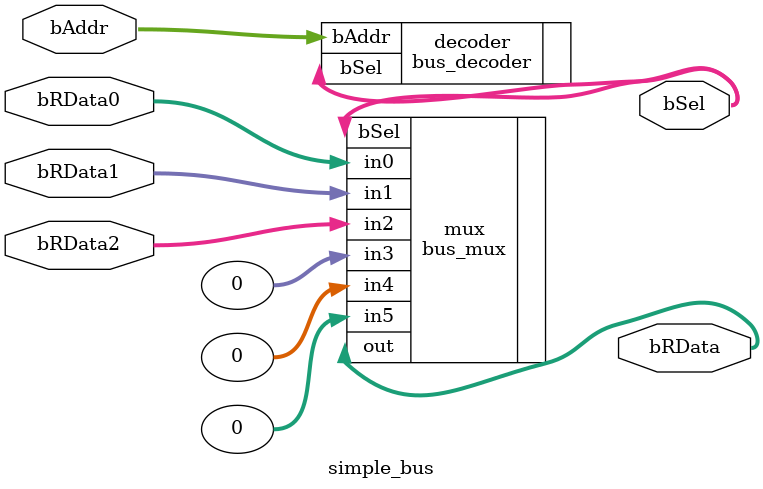
<source format=v>
module simple_bus (
    input  [31:0] bAddr,
    input  [31:0] bRData0,  // RAM
    input  [31:0] bRData1,  // GPIO
    input  [31:0] bRData2,  // PWM
    output [31:0] bRData,
    output [5:0]  bSel
);

    
    bus_decoder decoder (
        .bAddr(bAddr),
        .bSel(bSel)
    );

   
    bus_mux mux (
        .bSel(bSel),
        .in0(bRData0),
        .in1(bRData1),
        .in2(bRData2),
        .in3(32'b0), 
        .in4(32'b0),  
        .in5(32'b0),  
        .out(bRData)
    );

endmodule

</source>
